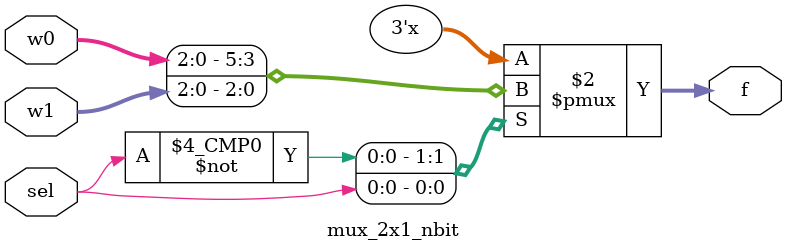
<source format=v>
module mux_2x1_nbit #(parameter n=3) (
	input [n-1 : 0] w0,w1,
	input sel,
	output reg [n-1:0] f
);

always @ (*)
begin
case (sel)
1'b0: f = w0;
1'b1: f = w1;

endcase
end


endmodule
</source>
